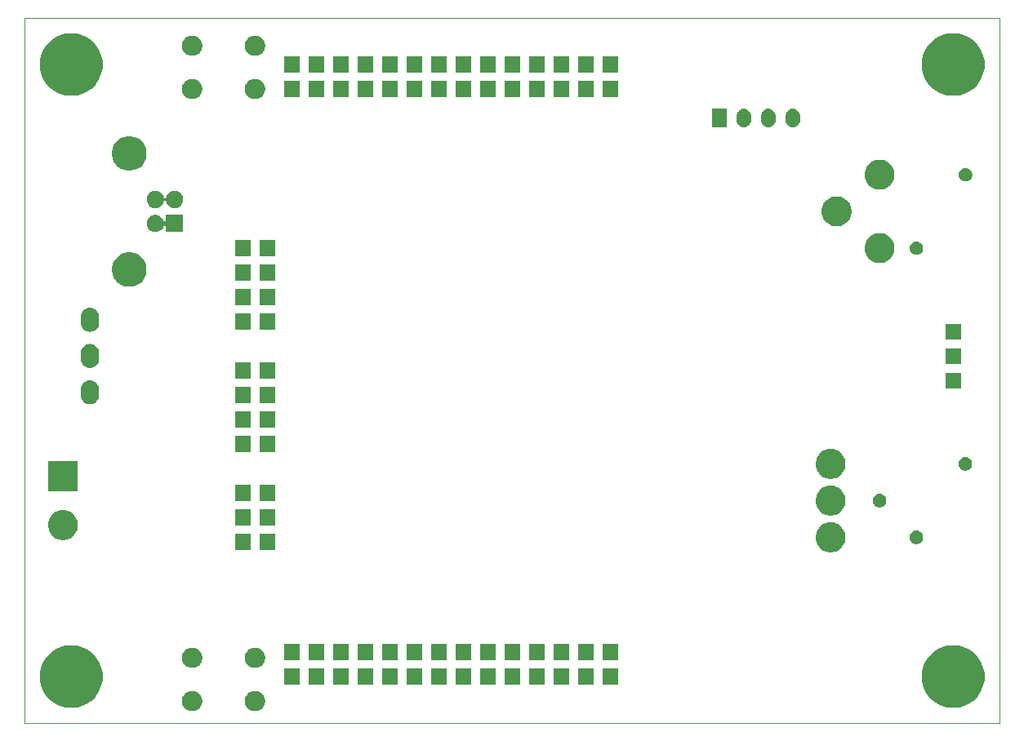
<source format=gbr>
G04 #@! TF.GenerationSoftware,KiCad,Pcbnew,5.1.2+dfsg1-1*
G04 #@! TF.CreationDate,2019-07-22T14:37:20+02:00*
G04 #@! TF.ProjectId,art_controller_3200,6172745f-636f-46e7-9472-6f6c6c65725f,A*
G04 #@! TF.SameCoordinates,Original*
G04 #@! TF.FileFunction,Soldermask,Top*
G04 #@! TF.FilePolarity,Negative*
%FSLAX46Y46*%
G04 Gerber Fmt 4.6, Leading zero omitted, Abs format (unit mm)*
G04 Created by KiCad (PCBNEW 5.1.2+dfsg1-1) date 2019-07-22 14:37:20*
%MOMM*%
%LPD*%
G04 APERTURE LIST*
%ADD10C,0.050000*%
%ADD11C,0.100000*%
G04 APERTURE END LIST*
D10*
X195326000Y-63754000D02*
X94234000Y-63754000D01*
X94234000Y-136906000D02*
X94234000Y-63754000D01*
X195326000Y-136906000D02*
X94234000Y-136906000D01*
X195326000Y-63754000D02*
X195326000Y-136906000D01*
D11*
G36*
X111916564Y-133609389D02*
G01*
X112107833Y-133688615D01*
X112107835Y-133688616D01*
X112279973Y-133803635D01*
X112426365Y-133950027D01*
X112541385Y-134122167D01*
X112620611Y-134313436D01*
X112661000Y-134516484D01*
X112661000Y-134723516D01*
X112620611Y-134926564D01*
X112541385Y-135117833D01*
X112541384Y-135117835D01*
X112426365Y-135289973D01*
X112279973Y-135436365D01*
X112107835Y-135551384D01*
X112107834Y-135551385D01*
X112107833Y-135551385D01*
X111916564Y-135630611D01*
X111713516Y-135671000D01*
X111506484Y-135671000D01*
X111303436Y-135630611D01*
X111112167Y-135551385D01*
X111112166Y-135551385D01*
X111112165Y-135551384D01*
X110940027Y-135436365D01*
X110793635Y-135289973D01*
X110678616Y-135117835D01*
X110678615Y-135117833D01*
X110599389Y-134926564D01*
X110559000Y-134723516D01*
X110559000Y-134516484D01*
X110599389Y-134313436D01*
X110678615Y-134122167D01*
X110793635Y-133950027D01*
X110940027Y-133803635D01*
X111112165Y-133688616D01*
X111112167Y-133688615D01*
X111303436Y-133609389D01*
X111506484Y-133569000D01*
X111713516Y-133569000D01*
X111916564Y-133609389D01*
X111916564Y-133609389D01*
G37*
G36*
X118416564Y-133609389D02*
G01*
X118607833Y-133688615D01*
X118607835Y-133688616D01*
X118779973Y-133803635D01*
X118926365Y-133950027D01*
X119041385Y-134122167D01*
X119120611Y-134313436D01*
X119161000Y-134516484D01*
X119161000Y-134723516D01*
X119120611Y-134926564D01*
X119041385Y-135117833D01*
X119041384Y-135117835D01*
X118926365Y-135289973D01*
X118779973Y-135436365D01*
X118607835Y-135551384D01*
X118607834Y-135551385D01*
X118607833Y-135551385D01*
X118416564Y-135630611D01*
X118213516Y-135671000D01*
X118006484Y-135671000D01*
X117803436Y-135630611D01*
X117612167Y-135551385D01*
X117612166Y-135551385D01*
X117612165Y-135551384D01*
X117440027Y-135436365D01*
X117293635Y-135289973D01*
X117178616Y-135117835D01*
X117178615Y-135117833D01*
X117099389Y-134926564D01*
X117059000Y-134723516D01*
X117059000Y-134516484D01*
X117099389Y-134313436D01*
X117178615Y-134122167D01*
X117293635Y-133950027D01*
X117440027Y-133803635D01*
X117612165Y-133688616D01*
X117612167Y-133688615D01*
X117803436Y-133609389D01*
X118006484Y-133569000D01*
X118213516Y-133569000D01*
X118416564Y-133609389D01*
X118416564Y-133609389D01*
G37*
G36*
X191134239Y-128891467D02*
G01*
X191448282Y-128953934D01*
X192039926Y-129199001D01*
X192572392Y-129554784D01*
X193025216Y-130007608D01*
X193380999Y-130540074D01*
X193626066Y-131131718D01*
X193751000Y-131759804D01*
X193751000Y-132400196D01*
X193626066Y-133028282D01*
X193380999Y-133619926D01*
X193025216Y-134152392D01*
X192572392Y-134605216D01*
X192039926Y-134960999D01*
X191448282Y-135206066D01*
X191134239Y-135268533D01*
X190820197Y-135331000D01*
X190179803Y-135331000D01*
X189865761Y-135268533D01*
X189551718Y-135206066D01*
X188960074Y-134960999D01*
X188427608Y-134605216D01*
X187974784Y-134152392D01*
X187619001Y-133619926D01*
X187373934Y-133028282D01*
X187249000Y-132400196D01*
X187249000Y-131759804D01*
X187373934Y-131131718D01*
X187619001Y-130540074D01*
X187974784Y-130007608D01*
X188427608Y-129554784D01*
X188960074Y-129199001D01*
X189551718Y-128953934D01*
X189865761Y-128891467D01*
X190179803Y-128829000D01*
X190820197Y-128829000D01*
X191134239Y-128891467D01*
X191134239Y-128891467D01*
G37*
G36*
X99694239Y-128891467D02*
G01*
X100008282Y-128953934D01*
X100599926Y-129199001D01*
X101132392Y-129554784D01*
X101585216Y-130007608D01*
X101940999Y-130540074D01*
X102186066Y-131131718D01*
X102311000Y-131759804D01*
X102311000Y-132400196D01*
X102186066Y-133028282D01*
X101940999Y-133619926D01*
X101585216Y-134152392D01*
X101132392Y-134605216D01*
X100599926Y-134960999D01*
X100008282Y-135206066D01*
X99694239Y-135268533D01*
X99380197Y-135331000D01*
X98739803Y-135331000D01*
X98425761Y-135268533D01*
X98111718Y-135206066D01*
X97520074Y-134960999D01*
X96987608Y-134605216D01*
X96534784Y-134152392D01*
X96179001Y-133619926D01*
X95933934Y-133028282D01*
X95809000Y-132400196D01*
X95809000Y-131759804D01*
X95933934Y-131131718D01*
X96179001Y-130540074D01*
X96534784Y-130007608D01*
X96987608Y-129554784D01*
X97520074Y-129199001D01*
X98111718Y-128953934D01*
X98425761Y-128891467D01*
X98739803Y-128829000D01*
X99380197Y-128829000D01*
X99694239Y-128891467D01*
X99694239Y-128891467D01*
G37*
G36*
X145593000Y-132893000D02*
G01*
X143967000Y-132893000D01*
X143967000Y-131267000D01*
X145593000Y-131267000D01*
X145593000Y-132893000D01*
X145593000Y-132893000D01*
G37*
G36*
X153213000Y-132893000D02*
G01*
X151587000Y-132893000D01*
X151587000Y-131267000D01*
X153213000Y-131267000D01*
X153213000Y-132893000D01*
X153213000Y-132893000D01*
G37*
G36*
X150673000Y-132893000D02*
G01*
X149047000Y-132893000D01*
X149047000Y-131267000D01*
X150673000Y-131267000D01*
X150673000Y-132893000D01*
X150673000Y-132893000D01*
G37*
G36*
X148133000Y-132893000D02*
G01*
X146507000Y-132893000D01*
X146507000Y-131267000D01*
X148133000Y-131267000D01*
X148133000Y-132893000D01*
X148133000Y-132893000D01*
G37*
G36*
X143053000Y-132893000D02*
G01*
X141427000Y-132893000D01*
X141427000Y-131267000D01*
X143053000Y-131267000D01*
X143053000Y-132893000D01*
X143053000Y-132893000D01*
G37*
G36*
X140513000Y-132893000D02*
G01*
X138887000Y-132893000D01*
X138887000Y-131267000D01*
X140513000Y-131267000D01*
X140513000Y-132893000D01*
X140513000Y-132893000D01*
G37*
G36*
X137973000Y-132893000D02*
G01*
X136347000Y-132893000D01*
X136347000Y-131267000D01*
X137973000Y-131267000D01*
X137973000Y-132893000D01*
X137973000Y-132893000D01*
G37*
G36*
X135433000Y-132893000D02*
G01*
X133807000Y-132893000D01*
X133807000Y-131267000D01*
X135433000Y-131267000D01*
X135433000Y-132893000D01*
X135433000Y-132893000D01*
G37*
G36*
X132893000Y-132893000D02*
G01*
X131267000Y-132893000D01*
X131267000Y-131267000D01*
X132893000Y-131267000D01*
X132893000Y-132893000D01*
X132893000Y-132893000D01*
G37*
G36*
X130353000Y-132893000D02*
G01*
X128727000Y-132893000D01*
X128727000Y-131267000D01*
X130353000Y-131267000D01*
X130353000Y-132893000D01*
X130353000Y-132893000D01*
G37*
G36*
X127813000Y-132893000D02*
G01*
X126187000Y-132893000D01*
X126187000Y-131267000D01*
X127813000Y-131267000D01*
X127813000Y-132893000D01*
X127813000Y-132893000D01*
G37*
G36*
X125273000Y-132893000D02*
G01*
X123647000Y-132893000D01*
X123647000Y-131267000D01*
X125273000Y-131267000D01*
X125273000Y-132893000D01*
X125273000Y-132893000D01*
G37*
G36*
X155753000Y-132893000D02*
G01*
X154127000Y-132893000D01*
X154127000Y-131267000D01*
X155753000Y-131267000D01*
X155753000Y-132893000D01*
X155753000Y-132893000D01*
G37*
G36*
X122733000Y-132893000D02*
G01*
X121107000Y-132893000D01*
X121107000Y-131267000D01*
X122733000Y-131267000D01*
X122733000Y-132893000D01*
X122733000Y-132893000D01*
G37*
G36*
X111916564Y-129109389D02*
G01*
X112107833Y-129188615D01*
X112107835Y-129188616D01*
X112123377Y-129199001D01*
X112279973Y-129303635D01*
X112426365Y-129450027D01*
X112541385Y-129622167D01*
X112620611Y-129813436D01*
X112661000Y-130016484D01*
X112661000Y-130223516D01*
X112620611Y-130426564D01*
X112573593Y-130540076D01*
X112541384Y-130617835D01*
X112426365Y-130789973D01*
X112279973Y-130936365D01*
X112107835Y-131051384D01*
X112107834Y-131051385D01*
X112107833Y-131051385D01*
X111916564Y-131130611D01*
X111713516Y-131171000D01*
X111506484Y-131171000D01*
X111303436Y-131130611D01*
X111112167Y-131051385D01*
X111112166Y-131051385D01*
X111112165Y-131051384D01*
X110940027Y-130936365D01*
X110793635Y-130789973D01*
X110678616Y-130617835D01*
X110646407Y-130540076D01*
X110599389Y-130426564D01*
X110559000Y-130223516D01*
X110559000Y-130016484D01*
X110599389Y-129813436D01*
X110678615Y-129622167D01*
X110793635Y-129450027D01*
X110940027Y-129303635D01*
X111096623Y-129199001D01*
X111112165Y-129188616D01*
X111112167Y-129188615D01*
X111303436Y-129109389D01*
X111506484Y-129069000D01*
X111713516Y-129069000D01*
X111916564Y-129109389D01*
X111916564Y-129109389D01*
G37*
G36*
X118416564Y-129109389D02*
G01*
X118607833Y-129188615D01*
X118607835Y-129188616D01*
X118623377Y-129199001D01*
X118779973Y-129303635D01*
X118926365Y-129450027D01*
X119041385Y-129622167D01*
X119120611Y-129813436D01*
X119161000Y-130016484D01*
X119161000Y-130223516D01*
X119120611Y-130426564D01*
X119073593Y-130540076D01*
X119041384Y-130617835D01*
X118926365Y-130789973D01*
X118779973Y-130936365D01*
X118607835Y-131051384D01*
X118607834Y-131051385D01*
X118607833Y-131051385D01*
X118416564Y-131130611D01*
X118213516Y-131171000D01*
X118006484Y-131171000D01*
X117803436Y-131130611D01*
X117612167Y-131051385D01*
X117612166Y-131051385D01*
X117612165Y-131051384D01*
X117440027Y-130936365D01*
X117293635Y-130789973D01*
X117178616Y-130617835D01*
X117146407Y-130540076D01*
X117099389Y-130426564D01*
X117059000Y-130223516D01*
X117059000Y-130016484D01*
X117099389Y-129813436D01*
X117178615Y-129622167D01*
X117293635Y-129450027D01*
X117440027Y-129303635D01*
X117596623Y-129199001D01*
X117612165Y-129188616D01*
X117612167Y-129188615D01*
X117803436Y-129109389D01*
X118006484Y-129069000D01*
X118213516Y-129069000D01*
X118416564Y-129109389D01*
X118416564Y-129109389D01*
G37*
G36*
X150673000Y-130353000D02*
G01*
X149047000Y-130353000D01*
X149047000Y-128727000D01*
X150673000Y-128727000D01*
X150673000Y-130353000D01*
X150673000Y-130353000D01*
G37*
G36*
X122733000Y-130353000D02*
G01*
X121107000Y-130353000D01*
X121107000Y-128727000D01*
X122733000Y-128727000D01*
X122733000Y-130353000D01*
X122733000Y-130353000D01*
G37*
G36*
X145593000Y-130353000D02*
G01*
X143967000Y-130353000D01*
X143967000Y-128727000D01*
X145593000Y-128727000D01*
X145593000Y-130353000D01*
X145593000Y-130353000D01*
G37*
G36*
X143053000Y-130353000D02*
G01*
X141427000Y-130353000D01*
X141427000Y-128727000D01*
X143053000Y-128727000D01*
X143053000Y-130353000D01*
X143053000Y-130353000D01*
G37*
G36*
X140513000Y-130353000D02*
G01*
X138887000Y-130353000D01*
X138887000Y-128727000D01*
X140513000Y-128727000D01*
X140513000Y-130353000D01*
X140513000Y-130353000D01*
G37*
G36*
X153213000Y-130353000D02*
G01*
X151587000Y-130353000D01*
X151587000Y-128727000D01*
X153213000Y-128727000D01*
X153213000Y-130353000D01*
X153213000Y-130353000D01*
G37*
G36*
X137973000Y-130353000D02*
G01*
X136347000Y-130353000D01*
X136347000Y-128727000D01*
X137973000Y-128727000D01*
X137973000Y-130353000D01*
X137973000Y-130353000D01*
G37*
G36*
X132893000Y-130353000D02*
G01*
X131267000Y-130353000D01*
X131267000Y-128727000D01*
X132893000Y-128727000D01*
X132893000Y-130353000D01*
X132893000Y-130353000D01*
G37*
G36*
X135433000Y-130353000D02*
G01*
X133807000Y-130353000D01*
X133807000Y-128727000D01*
X135433000Y-128727000D01*
X135433000Y-130353000D01*
X135433000Y-130353000D01*
G37*
G36*
X125273000Y-130353000D02*
G01*
X123647000Y-130353000D01*
X123647000Y-128727000D01*
X125273000Y-128727000D01*
X125273000Y-130353000D01*
X125273000Y-130353000D01*
G37*
G36*
X148133000Y-130353000D02*
G01*
X146507000Y-130353000D01*
X146507000Y-128727000D01*
X148133000Y-128727000D01*
X148133000Y-130353000D01*
X148133000Y-130353000D01*
G37*
G36*
X155753000Y-130353000D02*
G01*
X154127000Y-130353000D01*
X154127000Y-128727000D01*
X155753000Y-128727000D01*
X155753000Y-130353000D01*
X155753000Y-130353000D01*
G37*
G36*
X127813000Y-130353000D02*
G01*
X126187000Y-130353000D01*
X126187000Y-128727000D01*
X127813000Y-128727000D01*
X127813000Y-130353000D01*
X127813000Y-130353000D01*
G37*
G36*
X130353000Y-130353000D02*
G01*
X128727000Y-130353000D01*
X128727000Y-128727000D01*
X130353000Y-128727000D01*
X130353000Y-130353000D01*
X130353000Y-130353000D01*
G37*
G36*
X178102585Y-116108802D02*
G01*
X178252410Y-116138604D01*
X178534674Y-116255521D01*
X178788705Y-116425259D01*
X179004741Y-116641295D01*
X179174479Y-116895326D01*
X179291396Y-117177590D01*
X179292500Y-117183141D01*
X179351000Y-117477239D01*
X179351000Y-117782761D01*
X179325492Y-117911000D01*
X179291396Y-118082410D01*
X179174479Y-118364674D01*
X179004741Y-118618705D01*
X178788705Y-118834741D01*
X178534674Y-119004479D01*
X178252410Y-119121396D01*
X178102585Y-119151198D01*
X177952761Y-119181000D01*
X177647239Y-119181000D01*
X177497415Y-119151198D01*
X177347590Y-119121396D01*
X177065326Y-119004479D01*
X176811295Y-118834741D01*
X176595259Y-118618705D01*
X176425521Y-118364674D01*
X176308604Y-118082410D01*
X176274508Y-117911000D01*
X176249000Y-117782761D01*
X176249000Y-117477239D01*
X176307500Y-117183141D01*
X176308604Y-117177590D01*
X176425521Y-116895326D01*
X176595259Y-116641295D01*
X176811295Y-116425259D01*
X177065326Y-116255521D01*
X177347590Y-116138604D01*
X177497415Y-116108802D01*
X177647239Y-116079000D01*
X177952761Y-116079000D01*
X178102585Y-116108802D01*
X178102585Y-116108802D01*
G37*
G36*
X117653000Y-118923000D02*
G01*
X116027000Y-118923000D01*
X116027000Y-117297000D01*
X117653000Y-117297000D01*
X117653000Y-118923000D01*
X117653000Y-118923000D01*
G37*
G36*
X120193000Y-118923000D02*
G01*
X118567000Y-118923000D01*
X118567000Y-117297000D01*
X120193000Y-117297000D01*
X120193000Y-118923000D01*
X120193000Y-118923000D01*
G37*
G36*
X186894473Y-116955938D02*
G01*
X187022049Y-117008782D01*
X187136859Y-117085495D01*
X187234505Y-117183141D01*
X187311218Y-117297951D01*
X187364062Y-117425527D01*
X187391000Y-117560956D01*
X187391000Y-117699044D01*
X187364062Y-117834473D01*
X187311218Y-117962049D01*
X187234505Y-118076859D01*
X187136859Y-118174505D01*
X187022049Y-118251218D01*
X186894473Y-118304062D01*
X186759044Y-118331000D01*
X186620956Y-118331000D01*
X186485527Y-118304062D01*
X186357951Y-118251218D01*
X186243141Y-118174505D01*
X186145495Y-118076859D01*
X186068782Y-117962049D01*
X186015938Y-117834473D01*
X185989000Y-117699044D01*
X185989000Y-117560956D01*
X186015938Y-117425527D01*
X186068782Y-117297951D01*
X186145495Y-117183141D01*
X186243141Y-117085495D01*
X186357951Y-117008782D01*
X186485527Y-116955938D01*
X186620956Y-116929000D01*
X186759044Y-116929000D01*
X186894473Y-116955938D01*
X186894473Y-116955938D01*
G37*
G36*
X98512585Y-114838802D02*
G01*
X98662410Y-114868604D01*
X98944674Y-114985521D01*
X99198705Y-115155259D01*
X99414741Y-115371295D01*
X99584479Y-115625326D01*
X99701396Y-115907590D01*
X99701396Y-115907591D01*
X99747348Y-116138604D01*
X99761000Y-116207240D01*
X99761000Y-116512760D01*
X99701396Y-116812410D01*
X99584479Y-117094674D01*
X99414741Y-117348705D01*
X99198705Y-117564741D01*
X98944674Y-117734479D01*
X98662410Y-117851396D01*
X98512585Y-117881198D01*
X98362761Y-117911000D01*
X98057239Y-117911000D01*
X97907415Y-117881198D01*
X97757590Y-117851396D01*
X97475326Y-117734479D01*
X97221295Y-117564741D01*
X97005259Y-117348705D01*
X96835521Y-117094674D01*
X96718604Y-116812410D01*
X96659000Y-116512760D01*
X96659000Y-116207240D01*
X96672653Y-116138604D01*
X96718604Y-115907591D01*
X96718604Y-115907590D01*
X96835521Y-115625326D01*
X97005259Y-115371295D01*
X97221295Y-115155259D01*
X97475326Y-114985521D01*
X97757590Y-114868604D01*
X97907415Y-114838802D01*
X98057239Y-114809000D01*
X98362761Y-114809000D01*
X98512585Y-114838802D01*
X98512585Y-114838802D01*
G37*
G36*
X117653000Y-116383000D02*
G01*
X116027000Y-116383000D01*
X116027000Y-114757000D01*
X117653000Y-114757000D01*
X117653000Y-116383000D01*
X117653000Y-116383000D01*
G37*
G36*
X120193000Y-116383000D02*
G01*
X118567000Y-116383000D01*
X118567000Y-114757000D01*
X120193000Y-114757000D01*
X120193000Y-116383000D01*
X120193000Y-116383000D01*
G37*
G36*
X178102585Y-112298802D02*
G01*
X178252410Y-112328604D01*
X178534674Y-112445521D01*
X178788705Y-112615259D01*
X179004741Y-112831295D01*
X179174479Y-113085326D01*
X179291396Y-113367590D01*
X179292500Y-113373141D01*
X179351000Y-113667239D01*
X179351000Y-113972761D01*
X179321198Y-114122585D01*
X179291396Y-114272410D01*
X179174479Y-114554674D01*
X179004741Y-114808705D01*
X178788705Y-115024741D01*
X178534674Y-115194479D01*
X178252410Y-115311396D01*
X178102585Y-115341198D01*
X177952761Y-115371000D01*
X177647239Y-115371000D01*
X177497415Y-115341198D01*
X177347590Y-115311396D01*
X177065326Y-115194479D01*
X176811295Y-115024741D01*
X176595259Y-114808705D01*
X176425521Y-114554674D01*
X176308604Y-114272410D01*
X176278802Y-114122585D01*
X176249000Y-113972761D01*
X176249000Y-113667239D01*
X176307500Y-113373141D01*
X176308604Y-113367590D01*
X176425521Y-113085326D01*
X176595259Y-112831295D01*
X176811295Y-112615259D01*
X177065326Y-112445521D01*
X177347590Y-112328604D01*
X177497415Y-112298802D01*
X177647239Y-112269000D01*
X177952761Y-112269000D01*
X178102585Y-112298802D01*
X178102585Y-112298802D01*
G37*
G36*
X183084473Y-113145938D02*
G01*
X183212049Y-113198782D01*
X183326859Y-113275495D01*
X183424505Y-113373141D01*
X183501218Y-113487951D01*
X183554062Y-113615527D01*
X183581000Y-113750956D01*
X183581000Y-113889044D01*
X183554062Y-114024473D01*
X183501218Y-114152049D01*
X183424505Y-114266859D01*
X183326859Y-114364505D01*
X183212049Y-114441218D01*
X183084473Y-114494062D01*
X182949044Y-114521000D01*
X182810956Y-114521000D01*
X182675527Y-114494062D01*
X182547951Y-114441218D01*
X182433141Y-114364505D01*
X182335495Y-114266859D01*
X182258782Y-114152049D01*
X182205938Y-114024473D01*
X182179000Y-113889044D01*
X182179000Y-113750956D01*
X182205938Y-113615527D01*
X182258782Y-113487951D01*
X182335495Y-113373141D01*
X182433141Y-113275495D01*
X182547951Y-113198782D01*
X182675527Y-113145938D01*
X182810956Y-113119000D01*
X182949044Y-113119000D01*
X183084473Y-113145938D01*
X183084473Y-113145938D01*
G37*
G36*
X117653000Y-113843000D02*
G01*
X116027000Y-113843000D01*
X116027000Y-112217000D01*
X117653000Y-112217000D01*
X117653000Y-113843000D01*
X117653000Y-113843000D01*
G37*
G36*
X120193000Y-113843000D02*
G01*
X118567000Y-113843000D01*
X118567000Y-112217000D01*
X120193000Y-112217000D01*
X120193000Y-113843000D01*
X120193000Y-113843000D01*
G37*
G36*
X99761000Y-112831000D02*
G01*
X96659000Y-112831000D01*
X96659000Y-109729000D01*
X99761000Y-109729000D01*
X99761000Y-112831000D01*
X99761000Y-112831000D01*
G37*
G36*
X178102585Y-108488802D02*
G01*
X178252410Y-108518604D01*
X178534674Y-108635521D01*
X178788705Y-108805259D01*
X179004741Y-109021295D01*
X179174479Y-109275326D01*
X179291396Y-109557590D01*
X179292500Y-109563141D01*
X179351000Y-109857239D01*
X179351000Y-110162761D01*
X179321198Y-110312585D01*
X179291396Y-110462410D01*
X179174479Y-110744674D01*
X179004741Y-110998705D01*
X178788705Y-111214741D01*
X178534674Y-111384479D01*
X178252410Y-111501396D01*
X178102585Y-111531198D01*
X177952761Y-111561000D01*
X177647239Y-111561000D01*
X177497415Y-111531198D01*
X177347590Y-111501396D01*
X177065326Y-111384479D01*
X176811295Y-111214741D01*
X176595259Y-110998705D01*
X176425521Y-110744674D01*
X176308604Y-110462410D01*
X176278802Y-110312585D01*
X176249000Y-110162761D01*
X176249000Y-109857239D01*
X176307500Y-109563141D01*
X176308604Y-109557590D01*
X176425521Y-109275326D01*
X176595259Y-109021295D01*
X176811295Y-108805259D01*
X177065326Y-108635521D01*
X177347590Y-108518604D01*
X177497415Y-108488802D01*
X177647239Y-108459000D01*
X177952761Y-108459000D01*
X178102585Y-108488802D01*
X178102585Y-108488802D01*
G37*
G36*
X191974473Y-109335938D02*
G01*
X192102049Y-109388782D01*
X192216859Y-109465495D01*
X192314505Y-109563141D01*
X192391218Y-109677951D01*
X192444062Y-109805527D01*
X192471000Y-109940956D01*
X192471000Y-110079044D01*
X192444062Y-110214473D01*
X192391218Y-110342049D01*
X192314505Y-110456859D01*
X192216859Y-110554505D01*
X192102049Y-110631218D01*
X191974473Y-110684062D01*
X191839044Y-110711000D01*
X191700956Y-110711000D01*
X191565527Y-110684062D01*
X191437951Y-110631218D01*
X191323141Y-110554505D01*
X191225495Y-110456859D01*
X191148782Y-110342049D01*
X191095938Y-110214473D01*
X191069000Y-110079044D01*
X191069000Y-109940956D01*
X191095938Y-109805527D01*
X191148782Y-109677951D01*
X191225495Y-109563141D01*
X191323141Y-109465495D01*
X191437951Y-109388782D01*
X191565527Y-109335938D01*
X191700956Y-109309000D01*
X191839044Y-109309000D01*
X191974473Y-109335938D01*
X191974473Y-109335938D01*
G37*
G36*
X120193000Y-108763000D02*
G01*
X118567000Y-108763000D01*
X118567000Y-107137000D01*
X120193000Y-107137000D01*
X120193000Y-108763000D01*
X120193000Y-108763000D01*
G37*
G36*
X117653000Y-108763000D02*
G01*
X116027000Y-108763000D01*
X116027000Y-107137000D01*
X117653000Y-107137000D01*
X117653000Y-108763000D01*
X117653000Y-108763000D01*
G37*
G36*
X120193000Y-106223000D02*
G01*
X118567000Y-106223000D01*
X118567000Y-104597000D01*
X120193000Y-104597000D01*
X120193000Y-106223000D01*
X120193000Y-106223000D01*
G37*
G36*
X117653000Y-106223000D02*
G01*
X116027000Y-106223000D01*
X116027000Y-104597000D01*
X117653000Y-104597000D01*
X117653000Y-106223000D01*
X117653000Y-106223000D01*
G37*
G36*
X101186424Y-101342760D02*
G01*
X101186427Y-101342761D01*
X101186428Y-101342761D01*
X101365692Y-101397140D01*
X101365695Y-101397142D01*
X101365696Y-101397142D01*
X101530903Y-101485446D01*
X101675712Y-101604288D01*
X101794554Y-101749097D01*
X101882858Y-101914303D01*
X101882860Y-101914307D01*
X101882860Y-101914308D01*
X101937240Y-102093575D01*
X101951000Y-102233282D01*
X101951000Y-102926717D01*
X101937240Y-103066424D01*
X101937239Y-103066426D01*
X101937239Y-103066429D01*
X101882860Y-103245693D01*
X101882858Y-103245696D01*
X101794554Y-103410903D01*
X101675712Y-103555712D01*
X101530903Y-103674554D01*
X101365697Y-103762858D01*
X101365693Y-103762860D01*
X101186429Y-103817239D01*
X101186428Y-103817239D01*
X101186425Y-103817240D01*
X101000000Y-103835601D01*
X100813576Y-103817240D01*
X100813573Y-103817239D01*
X100813572Y-103817239D01*
X100634308Y-103762860D01*
X100634304Y-103762858D01*
X100469098Y-103674554D01*
X100324289Y-103555712D01*
X100205447Y-103410903D01*
X100117140Y-103245692D01*
X100062760Y-103066430D01*
X100049000Y-102926718D01*
X100049000Y-102233283D01*
X100062760Y-102093576D01*
X100062761Y-102093572D01*
X100117140Y-101914308D01*
X100117143Y-101914303D01*
X100205446Y-101749097D01*
X100324288Y-101604288D01*
X100469097Y-101485446D01*
X100634303Y-101397142D01*
X100634304Y-101397142D01*
X100634307Y-101397140D01*
X100813571Y-101342761D01*
X100813572Y-101342761D01*
X100813575Y-101342760D01*
X101000000Y-101324399D01*
X101186424Y-101342760D01*
X101186424Y-101342760D01*
G37*
G36*
X120193000Y-103683000D02*
G01*
X118567000Y-103683000D01*
X118567000Y-102057000D01*
X120193000Y-102057000D01*
X120193000Y-103683000D01*
X120193000Y-103683000D01*
G37*
G36*
X117653000Y-103683000D02*
G01*
X116027000Y-103683000D01*
X116027000Y-102057000D01*
X117653000Y-102057000D01*
X117653000Y-103683000D01*
X117653000Y-103683000D01*
G37*
G36*
X191313000Y-102173000D02*
G01*
X189687000Y-102173000D01*
X189687000Y-100547000D01*
X191313000Y-100547000D01*
X191313000Y-102173000D01*
X191313000Y-102173000D01*
G37*
G36*
X120193000Y-101143000D02*
G01*
X118567000Y-101143000D01*
X118567000Y-99517000D01*
X120193000Y-99517000D01*
X120193000Y-101143000D01*
X120193000Y-101143000D01*
G37*
G36*
X117653000Y-101143000D02*
G01*
X116027000Y-101143000D01*
X116027000Y-99517000D01*
X117653000Y-99517000D01*
X117653000Y-101143000D01*
X117653000Y-101143000D01*
G37*
G36*
X101186424Y-97582760D02*
G01*
X101186427Y-97582761D01*
X101186428Y-97582761D01*
X101365692Y-97637140D01*
X101365695Y-97637142D01*
X101365696Y-97637142D01*
X101530903Y-97725446D01*
X101675712Y-97844288D01*
X101794554Y-97989097D01*
X101882858Y-98154303D01*
X101882860Y-98154307D01*
X101882860Y-98154308D01*
X101937240Y-98333575D01*
X101951000Y-98473282D01*
X101951000Y-99166717D01*
X101937240Y-99306424D01*
X101937239Y-99306426D01*
X101937239Y-99306429D01*
X101882860Y-99485693D01*
X101882858Y-99485696D01*
X101794554Y-99650903D01*
X101675712Y-99795712D01*
X101530903Y-99914554D01*
X101365697Y-100002858D01*
X101365693Y-100002860D01*
X101186429Y-100057239D01*
X101186428Y-100057239D01*
X101186425Y-100057240D01*
X101000000Y-100075601D01*
X100813576Y-100057240D01*
X100813573Y-100057239D01*
X100813572Y-100057239D01*
X100634308Y-100002860D01*
X100634304Y-100002858D01*
X100469098Y-99914554D01*
X100324289Y-99795712D01*
X100205447Y-99650903D01*
X100117140Y-99485692D01*
X100062760Y-99306430D01*
X100049000Y-99166718D01*
X100049000Y-98473283D01*
X100062760Y-98333576D01*
X100062761Y-98333572D01*
X100117140Y-98154308D01*
X100117143Y-98154303D01*
X100205446Y-97989097D01*
X100324288Y-97844288D01*
X100469097Y-97725446D01*
X100634303Y-97637142D01*
X100634304Y-97637142D01*
X100634307Y-97637140D01*
X100813571Y-97582761D01*
X100813572Y-97582761D01*
X100813575Y-97582760D01*
X101000000Y-97564399D01*
X101186424Y-97582760D01*
X101186424Y-97582760D01*
G37*
G36*
X191313000Y-99633000D02*
G01*
X189687000Y-99633000D01*
X189687000Y-98007000D01*
X191313000Y-98007000D01*
X191313000Y-99633000D01*
X191313000Y-99633000D01*
G37*
G36*
X191313000Y-97093000D02*
G01*
X189687000Y-97093000D01*
X189687000Y-95467000D01*
X191313000Y-95467000D01*
X191313000Y-97093000D01*
X191313000Y-97093000D01*
G37*
G36*
X101186424Y-93822760D02*
G01*
X101186427Y-93822761D01*
X101186428Y-93822761D01*
X101365692Y-93877140D01*
X101365695Y-93877142D01*
X101365696Y-93877142D01*
X101530903Y-93965446D01*
X101675712Y-94084288D01*
X101794554Y-94229097D01*
X101882858Y-94394303D01*
X101882860Y-94394307D01*
X101937239Y-94573571D01*
X101937240Y-94573575D01*
X101951000Y-94713282D01*
X101951000Y-95406717D01*
X101937240Y-95546424D01*
X101937239Y-95546426D01*
X101937239Y-95546429D01*
X101882860Y-95725693D01*
X101882858Y-95725696D01*
X101794554Y-95890903D01*
X101675712Y-96035712D01*
X101530903Y-96154554D01*
X101365697Y-96242858D01*
X101365693Y-96242860D01*
X101186429Y-96297239D01*
X101186428Y-96297239D01*
X101186425Y-96297240D01*
X101000000Y-96315601D01*
X100813576Y-96297240D01*
X100813573Y-96297239D01*
X100813572Y-96297239D01*
X100634308Y-96242860D01*
X100634304Y-96242858D01*
X100469098Y-96154554D01*
X100324289Y-96035712D01*
X100205447Y-95890903D01*
X100117140Y-95725692D01*
X100062760Y-95546430D01*
X100049000Y-95406718D01*
X100049000Y-94713283D01*
X100062760Y-94573576D01*
X100062761Y-94573572D01*
X100117140Y-94394308D01*
X100117143Y-94394303D01*
X100205446Y-94229097D01*
X100324288Y-94084288D01*
X100469097Y-93965446D01*
X100634303Y-93877142D01*
X100634304Y-93877142D01*
X100634307Y-93877140D01*
X100813571Y-93822761D01*
X100813572Y-93822761D01*
X100813575Y-93822760D01*
X101000000Y-93804399D01*
X101186424Y-93822760D01*
X101186424Y-93822760D01*
G37*
G36*
X117653000Y-96063000D02*
G01*
X116027000Y-96063000D01*
X116027000Y-94437000D01*
X117653000Y-94437000D01*
X117653000Y-96063000D01*
X117653000Y-96063000D01*
G37*
G36*
X120193000Y-96063000D02*
G01*
X118567000Y-96063000D01*
X118567000Y-94437000D01*
X120193000Y-94437000D01*
X120193000Y-96063000D01*
X120193000Y-96063000D01*
G37*
G36*
X117653000Y-93523000D02*
G01*
X116027000Y-93523000D01*
X116027000Y-91897000D01*
X117653000Y-91897000D01*
X117653000Y-93523000D01*
X117653000Y-93523000D01*
G37*
G36*
X120193000Y-93523000D02*
G01*
X118567000Y-93523000D01*
X118567000Y-91897000D01*
X120193000Y-91897000D01*
X120193000Y-93523000D01*
X120193000Y-93523000D01*
G37*
G36*
X105595331Y-88108211D02*
G01*
X105923092Y-88243974D01*
X106218070Y-88441072D01*
X106468928Y-88691930D01*
X106666026Y-88986908D01*
X106801789Y-89314669D01*
X106871000Y-89662616D01*
X106871000Y-90017384D01*
X106801789Y-90365331D01*
X106666026Y-90693092D01*
X106468928Y-90988070D01*
X106218070Y-91238928D01*
X105923092Y-91436026D01*
X105595331Y-91571789D01*
X105247384Y-91641000D01*
X104892616Y-91641000D01*
X104544669Y-91571789D01*
X104216908Y-91436026D01*
X103921930Y-91238928D01*
X103671072Y-90988070D01*
X103473974Y-90693092D01*
X103338211Y-90365331D01*
X103269000Y-90017384D01*
X103269000Y-89662616D01*
X103338211Y-89314669D01*
X103473974Y-88986908D01*
X103671072Y-88691930D01*
X103921930Y-88441072D01*
X104216908Y-88243974D01*
X104544669Y-88108211D01*
X104892616Y-88039000D01*
X105247384Y-88039000D01*
X105595331Y-88108211D01*
X105595331Y-88108211D01*
G37*
G36*
X117653000Y-90983000D02*
G01*
X116027000Y-90983000D01*
X116027000Y-89357000D01*
X117653000Y-89357000D01*
X117653000Y-90983000D01*
X117653000Y-90983000D01*
G37*
G36*
X120193000Y-90983000D02*
G01*
X118567000Y-90983000D01*
X118567000Y-89357000D01*
X120193000Y-89357000D01*
X120193000Y-90983000D01*
X120193000Y-90983000D01*
G37*
G36*
X183182585Y-86108802D02*
G01*
X183332410Y-86138604D01*
X183614674Y-86255521D01*
X183868705Y-86425259D01*
X184084741Y-86641295D01*
X184254479Y-86895326D01*
X184371396Y-87177590D01*
X184372500Y-87183141D01*
X184431000Y-87477239D01*
X184431000Y-87782761D01*
X184401198Y-87932585D01*
X184371396Y-88082410D01*
X184254479Y-88364674D01*
X184084741Y-88618705D01*
X183868705Y-88834741D01*
X183614674Y-89004479D01*
X183332410Y-89121396D01*
X183182585Y-89151198D01*
X183032761Y-89181000D01*
X182727239Y-89181000D01*
X182577415Y-89151198D01*
X182427590Y-89121396D01*
X182145326Y-89004479D01*
X181891295Y-88834741D01*
X181675259Y-88618705D01*
X181505521Y-88364674D01*
X181388604Y-88082410D01*
X181358802Y-87932585D01*
X181329000Y-87782761D01*
X181329000Y-87477239D01*
X181387500Y-87183141D01*
X181388604Y-87177590D01*
X181505521Y-86895326D01*
X181675259Y-86641295D01*
X181891295Y-86425259D01*
X182145326Y-86255521D01*
X182427590Y-86138604D01*
X182577415Y-86108802D01*
X182727239Y-86079000D01*
X183032761Y-86079000D01*
X183182585Y-86108802D01*
X183182585Y-86108802D01*
G37*
G36*
X117653000Y-88443000D02*
G01*
X116027000Y-88443000D01*
X116027000Y-86817000D01*
X117653000Y-86817000D01*
X117653000Y-88443000D01*
X117653000Y-88443000D01*
G37*
G36*
X120193000Y-88443000D02*
G01*
X118567000Y-88443000D01*
X118567000Y-86817000D01*
X120193000Y-86817000D01*
X120193000Y-88443000D01*
X120193000Y-88443000D01*
G37*
G36*
X186894473Y-86955938D02*
G01*
X187022049Y-87008782D01*
X187136859Y-87085495D01*
X187234505Y-87183141D01*
X187311218Y-87297951D01*
X187364062Y-87425527D01*
X187391000Y-87560956D01*
X187391000Y-87699044D01*
X187364062Y-87834473D01*
X187311218Y-87962049D01*
X187234505Y-88076859D01*
X187136859Y-88174505D01*
X187022049Y-88251218D01*
X186894473Y-88304062D01*
X186759044Y-88331000D01*
X186620956Y-88331000D01*
X186485527Y-88304062D01*
X186357951Y-88251218D01*
X186243141Y-88174505D01*
X186145495Y-88076859D01*
X186068782Y-87962049D01*
X186015938Y-87834473D01*
X185989000Y-87699044D01*
X185989000Y-87560956D01*
X186015938Y-87425527D01*
X186068782Y-87297951D01*
X186145495Y-87183141D01*
X186243141Y-87085495D01*
X186357951Y-87008782D01*
X186485527Y-86955938D01*
X186620956Y-86929000D01*
X186759044Y-86929000D01*
X186894473Y-86955938D01*
X186894473Y-86955938D01*
G37*
G36*
X107893512Y-84173927D02*
G01*
X108042812Y-84203624D01*
X108206784Y-84271544D01*
X108354354Y-84370147D01*
X108479853Y-84495646D01*
X108578456Y-84643216D01*
X108638523Y-84788229D01*
X108650068Y-84809829D01*
X108665613Y-84828771D01*
X108684555Y-84844316D01*
X108706166Y-84855867D01*
X108729615Y-84862980D01*
X108754001Y-84865382D01*
X108778387Y-84862980D01*
X108801836Y-84855867D01*
X108823447Y-84844316D01*
X108842389Y-84828771D01*
X108857934Y-84809829D01*
X108869485Y-84788218D01*
X108876598Y-84764769D01*
X108879000Y-84740383D01*
X108879000Y-84169000D01*
X110681000Y-84169000D01*
X110681000Y-85971000D01*
X108879000Y-85971000D01*
X108879000Y-85399617D01*
X108876598Y-85375231D01*
X108869485Y-85351782D01*
X108857934Y-85330171D01*
X108842389Y-85311229D01*
X108823447Y-85295684D01*
X108801836Y-85284133D01*
X108778387Y-85277020D01*
X108754001Y-85274618D01*
X108729615Y-85277020D01*
X108706166Y-85284133D01*
X108684555Y-85295684D01*
X108665613Y-85311229D01*
X108650068Y-85330171D01*
X108638523Y-85351771D01*
X108578456Y-85496784D01*
X108479853Y-85644354D01*
X108354354Y-85769853D01*
X108206784Y-85868456D01*
X108042812Y-85936376D01*
X107893512Y-85966073D01*
X107868742Y-85971000D01*
X107691258Y-85971000D01*
X107666488Y-85966073D01*
X107517188Y-85936376D01*
X107353216Y-85868456D01*
X107205646Y-85769853D01*
X107080147Y-85644354D01*
X106981544Y-85496784D01*
X106913624Y-85332812D01*
X106879000Y-85158741D01*
X106879000Y-84981259D01*
X106913624Y-84807188D01*
X106981544Y-84643216D01*
X107080147Y-84495646D01*
X107205646Y-84370147D01*
X107353216Y-84271544D01*
X107517188Y-84203624D01*
X107666488Y-84173927D01*
X107691258Y-84169000D01*
X107868742Y-84169000D01*
X107893512Y-84173927D01*
X107893512Y-84173927D01*
G37*
G36*
X178732585Y-82298802D02*
G01*
X178882410Y-82328604D01*
X179164674Y-82445521D01*
X179418705Y-82615259D01*
X179634741Y-82831295D01*
X179804479Y-83085326D01*
X179921396Y-83367590D01*
X179981000Y-83667240D01*
X179981000Y-83972760D01*
X179921396Y-84272410D01*
X179804479Y-84554674D01*
X179634741Y-84808705D01*
X179418705Y-85024741D01*
X179164674Y-85194479D01*
X178882410Y-85311396D01*
X178774749Y-85332811D01*
X178582761Y-85371000D01*
X178277239Y-85371000D01*
X178085251Y-85332811D01*
X177977590Y-85311396D01*
X177695326Y-85194479D01*
X177441295Y-85024741D01*
X177225259Y-84808705D01*
X177055521Y-84554674D01*
X176938604Y-84272410D01*
X176879000Y-83972760D01*
X176879000Y-83667240D01*
X176938604Y-83367590D01*
X177055521Y-83085326D01*
X177225259Y-82831295D01*
X177441295Y-82615259D01*
X177695326Y-82445521D01*
X177977590Y-82328604D01*
X178127415Y-82298802D01*
X178277239Y-82269000D01*
X178582761Y-82269000D01*
X178732585Y-82298802D01*
X178732585Y-82298802D01*
G37*
G36*
X107893512Y-81673927D02*
G01*
X108042812Y-81703624D01*
X108206784Y-81771544D01*
X108354354Y-81870147D01*
X108479853Y-81995646D01*
X108578456Y-82143216D01*
X108646376Y-82307188D01*
X108657405Y-82362638D01*
X108664516Y-82386078D01*
X108676067Y-82407689D01*
X108691613Y-82426631D01*
X108710555Y-82442176D01*
X108732165Y-82453727D01*
X108755614Y-82460840D01*
X108780000Y-82463242D01*
X108804387Y-82460840D01*
X108827835Y-82453727D01*
X108849446Y-82442176D01*
X108868388Y-82426630D01*
X108883933Y-82407688D01*
X108895484Y-82386078D01*
X108902595Y-82362638D01*
X108913624Y-82307188D01*
X108981544Y-82143216D01*
X109080147Y-81995646D01*
X109205646Y-81870147D01*
X109353216Y-81771544D01*
X109517188Y-81703624D01*
X109666488Y-81673927D01*
X109691258Y-81669000D01*
X109868742Y-81669000D01*
X109893512Y-81673927D01*
X110042812Y-81703624D01*
X110206784Y-81771544D01*
X110354354Y-81870147D01*
X110479853Y-81995646D01*
X110578456Y-82143216D01*
X110646376Y-82307188D01*
X110681000Y-82481259D01*
X110681000Y-82658741D01*
X110646376Y-82832812D01*
X110578456Y-82996784D01*
X110479853Y-83144354D01*
X110354354Y-83269853D01*
X110206784Y-83368456D01*
X110042812Y-83436376D01*
X109893512Y-83466073D01*
X109868742Y-83471000D01*
X109691258Y-83471000D01*
X109666488Y-83466073D01*
X109517188Y-83436376D01*
X109353216Y-83368456D01*
X109205646Y-83269853D01*
X109080147Y-83144354D01*
X108981544Y-82996784D01*
X108913624Y-82832812D01*
X108902595Y-82777362D01*
X108895484Y-82753922D01*
X108883933Y-82732311D01*
X108868387Y-82713369D01*
X108849445Y-82697824D01*
X108827835Y-82686273D01*
X108804386Y-82679160D01*
X108780000Y-82676758D01*
X108755613Y-82679160D01*
X108732165Y-82686273D01*
X108710554Y-82697824D01*
X108691612Y-82713370D01*
X108676067Y-82732312D01*
X108664516Y-82753922D01*
X108657405Y-82777362D01*
X108646376Y-82832812D01*
X108578456Y-82996784D01*
X108479853Y-83144354D01*
X108354354Y-83269853D01*
X108206784Y-83368456D01*
X108042812Y-83436376D01*
X107893512Y-83466073D01*
X107868742Y-83471000D01*
X107691258Y-83471000D01*
X107666488Y-83466073D01*
X107517188Y-83436376D01*
X107353216Y-83368456D01*
X107205646Y-83269853D01*
X107080147Y-83144354D01*
X106981544Y-82996784D01*
X106913624Y-82832812D01*
X106879000Y-82658741D01*
X106879000Y-82481259D01*
X106913624Y-82307188D01*
X106981544Y-82143216D01*
X107080147Y-81995646D01*
X107205646Y-81870147D01*
X107353216Y-81771544D01*
X107517188Y-81703624D01*
X107666488Y-81673927D01*
X107691258Y-81669000D01*
X107868742Y-81669000D01*
X107893512Y-81673927D01*
X107893512Y-81673927D01*
G37*
G36*
X183182585Y-78488802D02*
G01*
X183332410Y-78518604D01*
X183614674Y-78635521D01*
X183868705Y-78805259D01*
X184084741Y-79021295D01*
X184254479Y-79275326D01*
X184371396Y-79557590D01*
X184372500Y-79563141D01*
X184431000Y-79857239D01*
X184431000Y-80162761D01*
X184401198Y-80312585D01*
X184371396Y-80462410D01*
X184254479Y-80744674D01*
X184084741Y-80998705D01*
X183868705Y-81214741D01*
X183614674Y-81384479D01*
X183332410Y-81501396D01*
X183182585Y-81531198D01*
X183032761Y-81561000D01*
X182727239Y-81561000D01*
X182577415Y-81531198D01*
X182427590Y-81501396D01*
X182145326Y-81384479D01*
X181891295Y-81214741D01*
X181675259Y-80998705D01*
X181505521Y-80744674D01*
X181388604Y-80462410D01*
X181358802Y-80312585D01*
X181329000Y-80162761D01*
X181329000Y-79857239D01*
X181387500Y-79563141D01*
X181388604Y-79557590D01*
X181505521Y-79275326D01*
X181675259Y-79021295D01*
X181891295Y-78805259D01*
X182145326Y-78635521D01*
X182427590Y-78518604D01*
X182577415Y-78488802D01*
X182727239Y-78459000D01*
X183032761Y-78459000D01*
X183182585Y-78488802D01*
X183182585Y-78488802D01*
G37*
G36*
X191984473Y-79335938D02*
G01*
X192112049Y-79388782D01*
X192226859Y-79465495D01*
X192324505Y-79563141D01*
X192401218Y-79677951D01*
X192454062Y-79805527D01*
X192481000Y-79940956D01*
X192481000Y-80079044D01*
X192454062Y-80214473D01*
X192401218Y-80342049D01*
X192324505Y-80456859D01*
X192226859Y-80554505D01*
X192112049Y-80631218D01*
X191984473Y-80684062D01*
X191849044Y-80711000D01*
X191710956Y-80711000D01*
X191575527Y-80684062D01*
X191447951Y-80631218D01*
X191333141Y-80554505D01*
X191235495Y-80456859D01*
X191158782Y-80342049D01*
X191105938Y-80214473D01*
X191079000Y-80079044D01*
X191079000Y-79940956D01*
X191105938Y-79805527D01*
X191158782Y-79677951D01*
X191235495Y-79563141D01*
X191333141Y-79465495D01*
X191447951Y-79388782D01*
X191575527Y-79335938D01*
X191710956Y-79309000D01*
X191849044Y-79309000D01*
X191984473Y-79335938D01*
X191984473Y-79335938D01*
G37*
G36*
X105595331Y-76068211D02*
G01*
X105923092Y-76203974D01*
X106218070Y-76401072D01*
X106468928Y-76651930D01*
X106666026Y-76946908D01*
X106801789Y-77274669D01*
X106871000Y-77622616D01*
X106871000Y-77977384D01*
X106801789Y-78325331D01*
X106666026Y-78653092D01*
X106468928Y-78948070D01*
X106218070Y-79198928D01*
X105923092Y-79396026D01*
X105595331Y-79531789D01*
X105247384Y-79601000D01*
X104892616Y-79601000D01*
X104544669Y-79531789D01*
X104216908Y-79396026D01*
X103921930Y-79198928D01*
X103671072Y-78948070D01*
X103473974Y-78653092D01*
X103338211Y-78325331D01*
X103269000Y-77977384D01*
X103269000Y-77622616D01*
X103338211Y-77274669D01*
X103473974Y-76946908D01*
X103671072Y-76651930D01*
X103921930Y-76401072D01*
X104216908Y-76203974D01*
X104544669Y-76068211D01*
X104892616Y-75999000D01*
X105247384Y-75999000D01*
X105595331Y-76068211D01*
X105595331Y-76068211D01*
G37*
G36*
X174027221Y-73179867D02*
G01*
X174168785Y-73222810D01*
X174299251Y-73292546D01*
X174349415Y-73333714D01*
X174413607Y-73386394D01*
X174470784Y-73456066D01*
X174507454Y-73500748D01*
X174577190Y-73631214D01*
X174620133Y-73772778D01*
X174631000Y-73883113D01*
X174631000Y-74356886D01*
X174620133Y-74467222D01*
X174577190Y-74608786D01*
X174507454Y-74739252D01*
X174483008Y-74769040D01*
X174413607Y-74853607D01*
X174329040Y-74923008D01*
X174299252Y-74947454D01*
X174168786Y-75017190D01*
X174027222Y-75060133D01*
X173880000Y-75074633D01*
X173732779Y-75060133D01*
X173591215Y-75017190D01*
X173460749Y-74947454D01*
X173346394Y-74853606D01*
X173252546Y-74739252D01*
X173182810Y-74608786D01*
X173139867Y-74467222D01*
X173129000Y-74356887D01*
X173129000Y-73883114D01*
X173139867Y-73772779D01*
X173182810Y-73631215D01*
X173252546Y-73500749D01*
X173293714Y-73450585D01*
X173346394Y-73386393D01*
X173416066Y-73329216D01*
X173460748Y-73292546D01*
X173591214Y-73222810D01*
X173732778Y-73179867D01*
X173880000Y-73165367D01*
X174027221Y-73179867D01*
X174027221Y-73179867D01*
G37*
G36*
X171487221Y-73179867D02*
G01*
X171628785Y-73222810D01*
X171759251Y-73292546D01*
X171809415Y-73333714D01*
X171873607Y-73386394D01*
X171930784Y-73456066D01*
X171967454Y-73500748D01*
X172037190Y-73631214D01*
X172080133Y-73772778D01*
X172091000Y-73883113D01*
X172091000Y-74356886D01*
X172080133Y-74467222D01*
X172037190Y-74608786D01*
X171967454Y-74739252D01*
X171943008Y-74769040D01*
X171873607Y-74853607D01*
X171789040Y-74923008D01*
X171759252Y-74947454D01*
X171628786Y-75017190D01*
X171487222Y-75060133D01*
X171340000Y-75074633D01*
X171192779Y-75060133D01*
X171051215Y-75017190D01*
X170920749Y-74947454D01*
X170806394Y-74853606D01*
X170712546Y-74739252D01*
X170642810Y-74608786D01*
X170599867Y-74467222D01*
X170589000Y-74356887D01*
X170589000Y-73883114D01*
X170599867Y-73772779D01*
X170642810Y-73631215D01*
X170712546Y-73500749D01*
X170753714Y-73450585D01*
X170806394Y-73386393D01*
X170876066Y-73329216D01*
X170920748Y-73292546D01*
X171051214Y-73222810D01*
X171192778Y-73179867D01*
X171340000Y-73165367D01*
X171487221Y-73179867D01*
X171487221Y-73179867D01*
G37*
G36*
X168947221Y-73179867D02*
G01*
X169088785Y-73222810D01*
X169219251Y-73292546D01*
X169269415Y-73333714D01*
X169333607Y-73386394D01*
X169390784Y-73456066D01*
X169427454Y-73500748D01*
X169497190Y-73631214D01*
X169540133Y-73772778D01*
X169551000Y-73883113D01*
X169551000Y-74356886D01*
X169540133Y-74467222D01*
X169497190Y-74608786D01*
X169427454Y-74739252D01*
X169403008Y-74769040D01*
X169333607Y-74853607D01*
X169249040Y-74923008D01*
X169219252Y-74947454D01*
X169088786Y-75017190D01*
X168947222Y-75060133D01*
X168800000Y-75074633D01*
X168652779Y-75060133D01*
X168511215Y-75017190D01*
X168380749Y-74947454D01*
X168266394Y-74853606D01*
X168172546Y-74739252D01*
X168102810Y-74608786D01*
X168059867Y-74467222D01*
X168049000Y-74356887D01*
X168049000Y-73883114D01*
X168059867Y-73772779D01*
X168102810Y-73631215D01*
X168172546Y-73500749D01*
X168213714Y-73450585D01*
X168266394Y-73386393D01*
X168336066Y-73329216D01*
X168380748Y-73292546D01*
X168511214Y-73222810D01*
X168652778Y-73179867D01*
X168800000Y-73165367D01*
X168947221Y-73179867D01*
X168947221Y-73179867D01*
G37*
G36*
X167011000Y-75071000D02*
G01*
X165509000Y-75071000D01*
X165509000Y-73169000D01*
X167011000Y-73169000D01*
X167011000Y-75071000D01*
X167011000Y-75071000D01*
G37*
G36*
X111916564Y-70109389D02*
G01*
X112107833Y-70188615D01*
X112107835Y-70188616D01*
X112279973Y-70303635D01*
X112426365Y-70450027D01*
X112541385Y-70622167D01*
X112620611Y-70813436D01*
X112661000Y-71016484D01*
X112661000Y-71223516D01*
X112620611Y-71426564D01*
X112541385Y-71617833D01*
X112541384Y-71617835D01*
X112426365Y-71789973D01*
X112279973Y-71936365D01*
X112107835Y-72051384D01*
X112107834Y-72051385D01*
X112107833Y-72051385D01*
X111916564Y-72130611D01*
X111713516Y-72171000D01*
X111506484Y-72171000D01*
X111303436Y-72130611D01*
X111112167Y-72051385D01*
X111112166Y-72051385D01*
X111112165Y-72051384D01*
X110940027Y-71936365D01*
X110793635Y-71789973D01*
X110678616Y-71617835D01*
X110678615Y-71617833D01*
X110599389Y-71426564D01*
X110559000Y-71223516D01*
X110559000Y-71016484D01*
X110599389Y-70813436D01*
X110678615Y-70622167D01*
X110793635Y-70450027D01*
X110940027Y-70303635D01*
X111112165Y-70188616D01*
X111112167Y-70188615D01*
X111303436Y-70109389D01*
X111506484Y-70069000D01*
X111713516Y-70069000D01*
X111916564Y-70109389D01*
X111916564Y-70109389D01*
G37*
G36*
X118416564Y-70109389D02*
G01*
X118607833Y-70188615D01*
X118607835Y-70188616D01*
X118779973Y-70303635D01*
X118926365Y-70450027D01*
X119041385Y-70622167D01*
X119120611Y-70813436D01*
X119161000Y-71016484D01*
X119161000Y-71223516D01*
X119120611Y-71426564D01*
X119041385Y-71617833D01*
X119041384Y-71617835D01*
X118926365Y-71789973D01*
X118779973Y-71936365D01*
X118607835Y-72051384D01*
X118607834Y-72051385D01*
X118607833Y-72051385D01*
X118416564Y-72130611D01*
X118213516Y-72171000D01*
X118006484Y-72171000D01*
X117803436Y-72130611D01*
X117612167Y-72051385D01*
X117612166Y-72051385D01*
X117612165Y-72051384D01*
X117440027Y-71936365D01*
X117293635Y-71789973D01*
X117178616Y-71617835D01*
X117178615Y-71617833D01*
X117099389Y-71426564D01*
X117059000Y-71223516D01*
X117059000Y-71016484D01*
X117099389Y-70813436D01*
X117178615Y-70622167D01*
X117293635Y-70450027D01*
X117440027Y-70303635D01*
X117612165Y-70188616D01*
X117612167Y-70188615D01*
X117803436Y-70109389D01*
X118006484Y-70069000D01*
X118213516Y-70069000D01*
X118416564Y-70109389D01*
X118416564Y-70109389D01*
G37*
G36*
X130353000Y-71933000D02*
G01*
X128727000Y-71933000D01*
X128727000Y-70307000D01*
X130353000Y-70307000D01*
X130353000Y-71933000D01*
X130353000Y-71933000D01*
G37*
G36*
X135433000Y-71933000D02*
G01*
X133807000Y-71933000D01*
X133807000Y-70307000D01*
X135433000Y-70307000D01*
X135433000Y-71933000D01*
X135433000Y-71933000D01*
G37*
G36*
X153213000Y-71933000D02*
G01*
X151587000Y-71933000D01*
X151587000Y-70307000D01*
X153213000Y-70307000D01*
X153213000Y-71933000D01*
X153213000Y-71933000D01*
G37*
G36*
X127813000Y-71933000D02*
G01*
X126187000Y-71933000D01*
X126187000Y-70307000D01*
X127813000Y-70307000D01*
X127813000Y-71933000D01*
X127813000Y-71933000D01*
G37*
G36*
X125273000Y-71933000D02*
G01*
X123647000Y-71933000D01*
X123647000Y-70307000D01*
X125273000Y-70307000D01*
X125273000Y-71933000D01*
X125273000Y-71933000D01*
G37*
G36*
X137973000Y-71933000D02*
G01*
X136347000Y-71933000D01*
X136347000Y-70307000D01*
X137973000Y-70307000D01*
X137973000Y-71933000D01*
X137973000Y-71933000D01*
G37*
G36*
X122733000Y-71933000D02*
G01*
X121107000Y-71933000D01*
X121107000Y-70307000D01*
X122733000Y-70307000D01*
X122733000Y-71933000D01*
X122733000Y-71933000D01*
G37*
G36*
X143053000Y-71933000D02*
G01*
X141427000Y-71933000D01*
X141427000Y-70307000D01*
X143053000Y-70307000D01*
X143053000Y-71933000D01*
X143053000Y-71933000D01*
G37*
G36*
X145593000Y-71933000D02*
G01*
X143967000Y-71933000D01*
X143967000Y-70307000D01*
X145593000Y-70307000D01*
X145593000Y-71933000D01*
X145593000Y-71933000D01*
G37*
G36*
X148133000Y-71933000D02*
G01*
X146507000Y-71933000D01*
X146507000Y-70307000D01*
X148133000Y-70307000D01*
X148133000Y-71933000D01*
X148133000Y-71933000D01*
G37*
G36*
X150673000Y-71933000D02*
G01*
X149047000Y-71933000D01*
X149047000Y-70307000D01*
X150673000Y-70307000D01*
X150673000Y-71933000D01*
X150673000Y-71933000D01*
G37*
G36*
X155753000Y-71933000D02*
G01*
X154127000Y-71933000D01*
X154127000Y-70307000D01*
X155753000Y-70307000D01*
X155753000Y-71933000D01*
X155753000Y-71933000D01*
G37*
G36*
X140513000Y-71933000D02*
G01*
X138887000Y-71933000D01*
X138887000Y-70307000D01*
X140513000Y-70307000D01*
X140513000Y-71933000D01*
X140513000Y-71933000D01*
G37*
G36*
X132893000Y-71933000D02*
G01*
X131267000Y-71933000D01*
X131267000Y-70307000D01*
X132893000Y-70307000D01*
X132893000Y-71933000D01*
X132893000Y-71933000D01*
G37*
G36*
X191134239Y-65391467D02*
G01*
X191448282Y-65453934D01*
X192039926Y-65699001D01*
X192572392Y-66054784D01*
X193025216Y-66507608D01*
X193380999Y-67040074D01*
X193626066Y-67631718D01*
X193751000Y-68259804D01*
X193751000Y-68900196D01*
X193626066Y-69528282D01*
X193380999Y-70119926D01*
X193025216Y-70652392D01*
X192572392Y-71105216D01*
X192039926Y-71460999D01*
X191448282Y-71706066D01*
X191134239Y-71768533D01*
X190820197Y-71831000D01*
X190179803Y-71831000D01*
X189865761Y-71768533D01*
X189551718Y-71706066D01*
X188960074Y-71460999D01*
X188427608Y-71105216D01*
X187974784Y-70652392D01*
X187619001Y-70119926D01*
X187373934Y-69528282D01*
X187249000Y-68900196D01*
X187249000Y-68259804D01*
X187373934Y-67631718D01*
X187619001Y-67040074D01*
X187974784Y-66507608D01*
X188427608Y-66054784D01*
X188960074Y-65699001D01*
X189551718Y-65453934D01*
X189865761Y-65391467D01*
X190179803Y-65329000D01*
X190820197Y-65329000D01*
X191134239Y-65391467D01*
X191134239Y-65391467D01*
G37*
G36*
X99694239Y-65391467D02*
G01*
X100008282Y-65453934D01*
X100599926Y-65699001D01*
X101132392Y-66054784D01*
X101585216Y-66507608D01*
X101940999Y-67040074D01*
X102186066Y-67631718D01*
X102311000Y-68259804D01*
X102311000Y-68900196D01*
X102186066Y-69528282D01*
X101940999Y-70119926D01*
X101585216Y-70652392D01*
X101132392Y-71105216D01*
X100599926Y-71460999D01*
X100008282Y-71706066D01*
X99694239Y-71768533D01*
X99380197Y-71831000D01*
X98739803Y-71831000D01*
X98425761Y-71768533D01*
X98111718Y-71706066D01*
X97520074Y-71460999D01*
X96987608Y-71105216D01*
X96534784Y-70652392D01*
X96179001Y-70119926D01*
X95933934Y-69528282D01*
X95809000Y-68900196D01*
X95809000Y-68259804D01*
X95933934Y-67631718D01*
X96179001Y-67040074D01*
X96534784Y-66507608D01*
X96987608Y-66054784D01*
X97520074Y-65699001D01*
X98111718Y-65453934D01*
X98425761Y-65391467D01*
X98739803Y-65329000D01*
X99380197Y-65329000D01*
X99694239Y-65391467D01*
X99694239Y-65391467D01*
G37*
G36*
X137973000Y-69393000D02*
G01*
X136347000Y-69393000D01*
X136347000Y-67767000D01*
X137973000Y-67767000D01*
X137973000Y-69393000D01*
X137973000Y-69393000D01*
G37*
G36*
X130353000Y-69393000D02*
G01*
X128727000Y-69393000D01*
X128727000Y-67767000D01*
X130353000Y-67767000D01*
X130353000Y-69393000D01*
X130353000Y-69393000D01*
G37*
G36*
X127813000Y-69393000D02*
G01*
X126187000Y-69393000D01*
X126187000Y-67767000D01*
X127813000Y-67767000D01*
X127813000Y-69393000D01*
X127813000Y-69393000D01*
G37*
G36*
X125273000Y-69393000D02*
G01*
X123647000Y-69393000D01*
X123647000Y-67767000D01*
X125273000Y-67767000D01*
X125273000Y-69393000D01*
X125273000Y-69393000D01*
G37*
G36*
X122733000Y-69393000D02*
G01*
X121107000Y-69393000D01*
X121107000Y-67767000D01*
X122733000Y-67767000D01*
X122733000Y-69393000D01*
X122733000Y-69393000D01*
G37*
G36*
X132893000Y-69393000D02*
G01*
X131267000Y-69393000D01*
X131267000Y-67767000D01*
X132893000Y-67767000D01*
X132893000Y-69393000D01*
X132893000Y-69393000D01*
G37*
G36*
X155753000Y-69393000D02*
G01*
X154127000Y-69393000D01*
X154127000Y-67767000D01*
X155753000Y-67767000D01*
X155753000Y-69393000D01*
X155753000Y-69393000D01*
G37*
G36*
X135433000Y-69393000D02*
G01*
X133807000Y-69393000D01*
X133807000Y-67767000D01*
X135433000Y-67767000D01*
X135433000Y-69393000D01*
X135433000Y-69393000D01*
G37*
G36*
X153213000Y-69393000D02*
G01*
X151587000Y-69393000D01*
X151587000Y-67767000D01*
X153213000Y-67767000D01*
X153213000Y-69393000D01*
X153213000Y-69393000D01*
G37*
G36*
X150673000Y-69393000D02*
G01*
X149047000Y-69393000D01*
X149047000Y-67767000D01*
X150673000Y-67767000D01*
X150673000Y-69393000D01*
X150673000Y-69393000D01*
G37*
G36*
X148133000Y-69393000D02*
G01*
X146507000Y-69393000D01*
X146507000Y-67767000D01*
X148133000Y-67767000D01*
X148133000Y-69393000D01*
X148133000Y-69393000D01*
G37*
G36*
X145593000Y-69393000D02*
G01*
X143967000Y-69393000D01*
X143967000Y-67767000D01*
X145593000Y-67767000D01*
X145593000Y-69393000D01*
X145593000Y-69393000D01*
G37*
G36*
X140513000Y-69393000D02*
G01*
X138887000Y-69393000D01*
X138887000Y-67767000D01*
X140513000Y-67767000D01*
X140513000Y-69393000D01*
X140513000Y-69393000D01*
G37*
G36*
X143053000Y-69393000D02*
G01*
X141427000Y-69393000D01*
X141427000Y-67767000D01*
X143053000Y-67767000D01*
X143053000Y-69393000D01*
X143053000Y-69393000D01*
G37*
G36*
X118416564Y-65609389D02*
G01*
X118607833Y-65688615D01*
X118607835Y-65688616D01*
X118623377Y-65699001D01*
X118779973Y-65803635D01*
X118926365Y-65950027D01*
X119041385Y-66122167D01*
X119120611Y-66313436D01*
X119161000Y-66516484D01*
X119161000Y-66723516D01*
X119120611Y-66926564D01*
X119073593Y-67040076D01*
X119041384Y-67117835D01*
X118926365Y-67289973D01*
X118779973Y-67436365D01*
X118607835Y-67551384D01*
X118607834Y-67551385D01*
X118607833Y-67551385D01*
X118416564Y-67630611D01*
X118213516Y-67671000D01*
X118006484Y-67671000D01*
X117803436Y-67630611D01*
X117612167Y-67551385D01*
X117612166Y-67551385D01*
X117612165Y-67551384D01*
X117440027Y-67436365D01*
X117293635Y-67289973D01*
X117178616Y-67117835D01*
X117146407Y-67040076D01*
X117099389Y-66926564D01*
X117059000Y-66723516D01*
X117059000Y-66516484D01*
X117099389Y-66313436D01*
X117178615Y-66122167D01*
X117293635Y-65950027D01*
X117440027Y-65803635D01*
X117596623Y-65699001D01*
X117612165Y-65688616D01*
X117612167Y-65688615D01*
X117803436Y-65609389D01*
X118006484Y-65569000D01*
X118213516Y-65569000D01*
X118416564Y-65609389D01*
X118416564Y-65609389D01*
G37*
G36*
X111916564Y-65609389D02*
G01*
X112107833Y-65688615D01*
X112107835Y-65688616D01*
X112123377Y-65699001D01*
X112279973Y-65803635D01*
X112426365Y-65950027D01*
X112541385Y-66122167D01*
X112620611Y-66313436D01*
X112661000Y-66516484D01*
X112661000Y-66723516D01*
X112620611Y-66926564D01*
X112573593Y-67040076D01*
X112541384Y-67117835D01*
X112426365Y-67289973D01*
X112279973Y-67436365D01*
X112107835Y-67551384D01*
X112107834Y-67551385D01*
X112107833Y-67551385D01*
X111916564Y-67630611D01*
X111713516Y-67671000D01*
X111506484Y-67671000D01*
X111303436Y-67630611D01*
X111112167Y-67551385D01*
X111112166Y-67551385D01*
X111112165Y-67551384D01*
X110940027Y-67436365D01*
X110793635Y-67289973D01*
X110678616Y-67117835D01*
X110646407Y-67040076D01*
X110599389Y-66926564D01*
X110559000Y-66723516D01*
X110559000Y-66516484D01*
X110599389Y-66313436D01*
X110678615Y-66122167D01*
X110793635Y-65950027D01*
X110940027Y-65803635D01*
X111096623Y-65699001D01*
X111112165Y-65688616D01*
X111112167Y-65688615D01*
X111303436Y-65609389D01*
X111506484Y-65569000D01*
X111713516Y-65569000D01*
X111916564Y-65609389D01*
X111916564Y-65609389D01*
G37*
M02*

</source>
